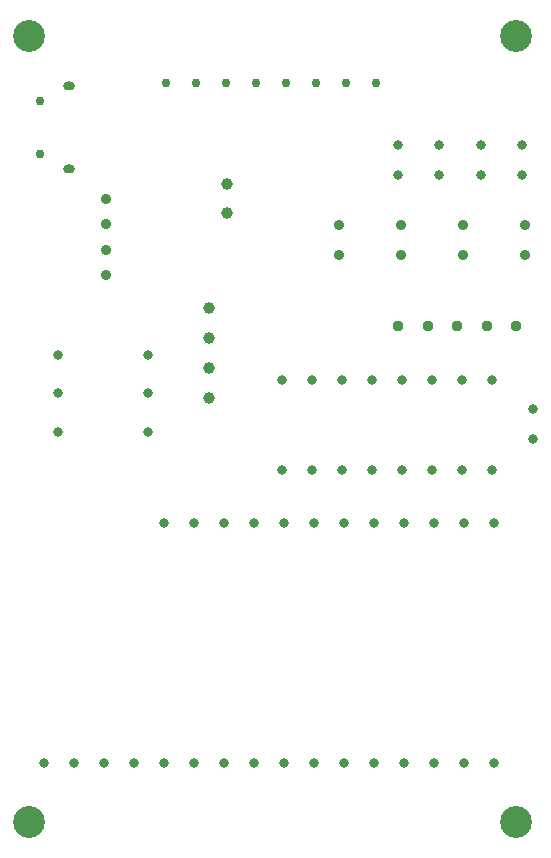
<source format=gbr>
%TF.GenerationSoftware,KiCad,Pcbnew,7.0.10*%
%TF.CreationDate,2024-03-15T10:23:38-04:00*%
%TF.ProjectId,Kicad V7,4b696361-6420-4563-972e-6b696361645f,v2*%
%TF.SameCoordinates,Original*%
%TF.FileFunction,Plated,1,2,PTH,Mixed*%
%TF.FilePolarity,Positive*%
%FSLAX46Y46*%
G04 Gerber Fmt 4.6, Leading zero omitted, Abs format (unit mm)*
G04 Created by KiCad (PCBNEW 7.0.10) date 2024-03-15 10:23:38*
%MOMM*%
%LPD*%
G01*
G04 APERTURE LIST*
%TA.AperFunction,ComponentDrill*%
%ADD10C,0.762000*%
%TD*%
G04 aperture for slot hole*
%TA.AperFunction,ComponentDrill*%
%ADD11O,1.000000X0.762000*%
%TD*%
%TA.AperFunction,ComponentDrill*%
%ADD12C,0.800000*%
%TD*%
%TA.AperFunction,ComponentDrill*%
%ADD13C,0.900000*%
%TD*%
%TA.AperFunction,ComponentDrill*%
%ADD14C,0.950000*%
%TD*%
%TA.AperFunction,ComponentDrill*%
%ADD15C,1.000000*%
%TD*%
%TA.AperFunction,ComponentDrill*%
%ADD16C,2.700000*%
%TD*%
G04 APERTURE END LIST*
D10*
%TO.C,SW1*%
X106683000Y-66750000D03*
X106683000Y-71250000D03*
D11*
X109133000Y-65500000D03*
X109133000Y-72500000D03*
D10*
%TO.C,A2*%
X117360000Y-65250000D03*
X119900000Y-65250000D03*
X122440000Y-65250000D03*
X124980000Y-65250000D03*
X127520000Y-65250000D03*
X130060000Y-65250000D03*
X132600000Y-65250000D03*
X135140000Y-65250000D03*
D12*
%TO.C,A1*%
X107000000Y-122802500D03*
%TO.C,R5*%
X108190000Y-88250000D03*
%TO.C,R6*%
X108190000Y-91500000D03*
%TO.C,R7*%
X108190000Y-94750000D03*
%TO.C,A1*%
X109540000Y-122802500D03*
X112080000Y-122802500D03*
X114620000Y-122802500D03*
%TO.C,R5*%
X115810000Y-88250000D03*
%TO.C,R6*%
X115810000Y-91500000D03*
%TO.C,R7*%
X115810000Y-94750000D03*
%TO.C,A1*%
X117160000Y-102482500D03*
X117160000Y-122802500D03*
X119700000Y-102482500D03*
X119700000Y-122802500D03*
X122240000Y-102482500D03*
X122240000Y-122802500D03*
X124780000Y-102482500D03*
X124780000Y-122802500D03*
%TO.C,U1*%
X127163553Y-90336446D03*
X127163553Y-97956446D03*
%TO.C,A1*%
X127320000Y-102482500D03*
X127320000Y-122802500D03*
%TO.C,U1*%
X129703553Y-90336446D03*
X129703553Y-97956446D03*
%TO.C,A1*%
X129860000Y-102482500D03*
X129860000Y-122802500D03*
%TO.C,U1*%
X132243553Y-90336446D03*
X132243553Y-97956446D03*
%TO.C,A1*%
X132400000Y-102482500D03*
X132400000Y-122802500D03*
%TO.C,U1*%
X134783553Y-90336446D03*
X134783553Y-97956446D03*
%TO.C,A1*%
X134940000Y-102482500D03*
X134940000Y-122802500D03*
%TO.C,R1*%
X137000000Y-70455000D03*
X137000000Y-72995000D03*
%TO.C,U1*%
X137323553Y-90336446D03*
X137323553Y-97956446D03*
%TO.C,A1*%
X137480000Y-102482500D03*
X137480000Y-122802500D03*
%TO.C,U1*%
X139863553Y-90336446D03*
X139863553Y-97956446D03*
%TO.C,A1*%
X140020000Y-102482500D03*
X140020000Y-122802500D03*
%TO.C,R2*%
X140500000Y-70455000D03*
X140500000Y-72995000D03*
%TO.C,U1*%
X142403553Y-90336446D03*
X142403553Y-97956446D03*
%TO.C,A1*%
X142560000Y-102482500D03*
X142560000Y-122802500D03*
%TO.C,R3*%
X144000000Y-70455000D03*
X144000000Y-72995000D03*
%TO.C,U1*%
X144943553Y-90336446D03*
X144943553Y-97956446D03*
%TO.C,A1*%
X145100000Y-102482500D03*
X145100000Y-122802500D03*
%TO.C,R4*%
X147500000Y-70460000D03*
X147500000Y-73000000D03*
%TO.C,C1*%
X148413553Y-92836446D03*
X148413553Y-95336446D03*
D13*
%TO.C,D5*%
X112250000Y-75023000D03*
X112250000Y-77182000D03*
X112250000Y-79341000D03*
X112250000Y-81500000D03*
%TO.C,D1*%
X132000000Y-77210000D03*
X132000000Y-79750000D03*
%TO.C,D2*%
X137250000Y-77210000D03*
X137250000Y-79750000D03*
%TO.C,D3*%
X142500000Y-77210000D03*
X142500000Y-79750000D03*
%TO.C,D4*%
X147750000Y-77210000D03*
X147750000Y-79750000D03*
D14*
%TO.C,J2*%
X137000000Y-85750000D03*
X139500000Y-85750000D03*
X142000000Y-85750000D03*
X144500000Y-85750000D03*
X147000000Y-85750000D03*
D15*
%TO.C,J3*%
X121000000Y-84250000D03*
X121000000Y-86790000D03*
X121000000Y-89330000D03*
X121000000Y-91870000D03*
%TO.C,J1*%
X122550000Y-73750000D03*
X122550000Y-76250000D03*
D16*
%TO.C,H3*%
X105750000Y-61250000D03*
%TO.C,H1*%
X105750000Y-127750000D03*
%TO.C,H4*%
X147000000Y-61250000D03*
%TO.C,H2*%
X147000000Y-127750000D03*
M02*

</source>
